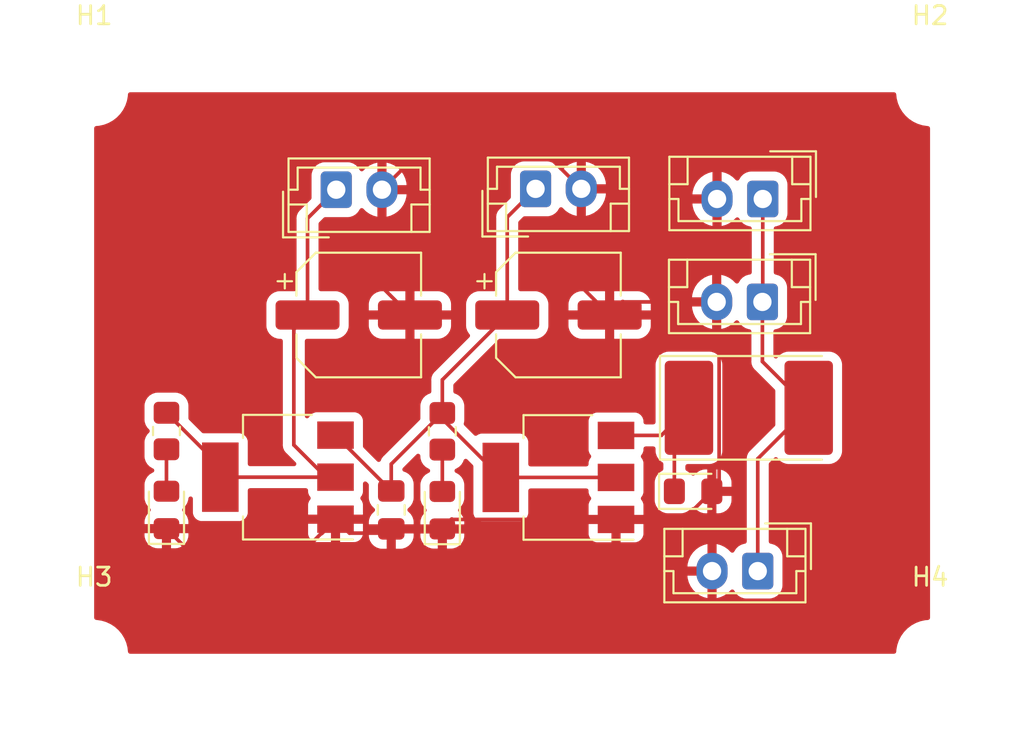
<source format=kicad_pcb>
(kicad_pcb (version 20221018) (generator pcbnew)
  (layers (0 "F.Cu" signal) (31 "B.Cu" signal) (34 "B.Paste" user) (35 "F.Paste" user) (36 "B.SilkS" user "B.Silkscreen") (37 "F.SilkS" user "F.Silkscreen") (38 "B.Mask" user) (39 "F.Mask" user) (44 "Edge.Cuts" user))
  (net 0 "")
  (net 1 "Net-(D2-A)")
  (net 2 "Net-(D3-A)")
  (net 3 "GND")
  (net 4 "Net-(D1-K)")
  (net 5 "+5V")
  (net 6 "+9V")
  (net 7 "+3V3")
  (footprint "Resistor_SMD:R_0805_2012Metric_Pad1.20x1.40mm_HandSolder" (layer "F.Cu") (at 80.512 92.726 -90)
    (fp_text reference "R1" hide)
    (fp_text value "1K" hide)
    (fp_line (start -0.227064 -0.735) (end 0.227064 -0.735) (stroke (width 0.12)) (layer "F.SilkS"))
    (fp_line (start -0.227064 0.735) (end 0.227064 0.735) (stroke (width 0.12)) (layer "F.SilkS"))
    (pad "1" smd roundrect (at -1 0 270) (size 1.2 1.4) (layers "F.Cu" "F.Paste" "F.Mask") (roundrect_rratio 0.208333) (net 5 "+5V"))
    (pad "2" smd roundrect (at 1 0 270) (size 1.2 1.4) (layers "F.Cu" "F.Paste" "F.Mask") (roundrect_rratio 0.208333) (net 1 "Net-(D2-A)"))
  )
  (footprint "MountingHole:MountingHole_3.2mm_M3" (layer "F.Cu") (at 61.468 104.902)
    (fp_text reference "H3" (at 0 -4.2) (layer "F.SilkS"))
    (fp_text value "MountingHole")
    (pad "" np_thru_hole circle (at 0 0) (size 3.2 3.2) (drill 3.2) (layers "*.Cu" "*.Mask"))
  )
  (footprint "Package_TO_SOT_SMD:SOT-223-3_TabPin2" (layer "F.Cu") (at 86.862 95.25 180)
    (fp_text reference "U1" hide)
    (fp_text value "LM1117MP-5.0" hide)
    (fp_line (start -4.1 -3.41) (end 1.91 -3.41) (stroke (width 0.12)) (layer "F.SilkS"))
    (fp_line (start -1.85 3.41) (end 1.91 3.41) (stroke (width 0.12)) (layer "F.SilkS"))
    (fp_line (start 1.91 -3.41) (end 1.91 -2.15) (stroke (width 0.12)) (layer "F.SilkS"))
    (fp_line (start 1.91 3.41) (end 1.91 2.15) (stroke (width 0.12)) (layer "F.SilkS"))
    (pad "1" smd rect (at -3.15 -2.3 180) (size 2 1.5) (layers "F.Cu" "F.Paste" "F.Mask") (net 3 "GND"))
    (pad "2" smd rect (at -3.15 0 180) (size 2 1.5) (layers "F.Cu" "F.Paste" "F.Mask") (net 5 "+5V"))
    (pad "2" smd rect (at 3.15 0 180) (size 2 3.8) (layers "F.Cu" "F.Paste" "F.Mask") (net 5 "+5V"))
    (pad "3" smd rect (at -3.15 2.3 180) (size 2 1.5) (layers "F.Cu" "F.Paste" "F.Mask") (net 4 "Net-(D1-K)"))
  )
  (footprint "Connector_JST:JST_EH_B2B-EH-A_1x02_P2.50mm_Vertical" (layer "F.Cu") (at 74.71 79.502)
    (fp_text reference "J5" hide)
    (fp_text value "Conn_01x02" hide)
    (fp_line (start -2.91 0.11) (end -2.91 2.61) (stroke (width 0.12)) (layer "F.SilkS"))
    (fp_line (start -2.91 2.61) (end -0.41 2.61) (stroke (width 0.12)) (layer "F.SilkS"))
    (fp_line (start -2.61 -1.71) (end -2.61 2.31) (stroke (width 0.12)) (layer "F.SilkS"))
    (fp_line (start -2.61 0) (end -2.11 0) (stroke (width 0.12)) (layer "F.SilkS"))
    (fp_line (start -2.61 0.81) (end -1.61 0.81) (stroke (width 0.12)) (layer "F.SilkS"))
    (fp_line (start -2.61 2.31) (end 5.11 2.31) (stroke (width 0.12)) (layer "F.SilkS"))
    (fp_line (start -2.11 -1.21) (end 4.61 -1.21) (stroke (width 0.12)) (layer "F.SilkS"))
    (fp_line (start -2.11 0) (end -2.11 -1.21) (stroke (width 0.12)) (layer "F.SilkS"))
    (fp_line (start -1.61 0.81) (end -1.61 2.31) (stroke (width 0.12)) (layer "F.SilkS"))
    (fp_line (start 4.11 0.81) (end 4.11 2.31) (stroke (width 0.12)) (layer "F.SilkS"))
    (fp_line (start 4.61 -1.21) (end 4.61 0) (stroke (width 0.12)) (layer "F.SilkS"))
    (fp_line (start 4.61 0) (end 5.11 0) (stroke (width 0.12)) (layer "F.SilkS"))
    (fp_line (start 5.11 -1.71) (end -2.61 -1.71) (stroke (width 0.12)) (layer "F.SilkS"))
    (fp_line (start 5.11 0.81) (end 4.11 0.81) (stroke (width 0.12)) (layer "F.SilkS"))
    (fp_line (start 5.11 2.31) (end 5.11 -1.71) (stroke (width 0.12)) (layer "F.SilkS"))
    (pad "1" thru_hole roundrect (at 0 0) (size 1.7 2) (drill 1) (layers "*.Cu" "*.Mask") (roundrect_rratio 0.147059) (net 7 "+3V3"))
    (pad "2" thru_hole oval (at 2.5 0) (size 1.7 2) (drill 1) (layers "*.Cu" "*.Mask") (net 3 "GND"))
  )
  (footprint "MountingHole:MountingHole_3.2mm_M3" (layer "F.Cu") (at 107.188 104.902)
    (fp_text reference "H4" (at 0 -4.2) (layer "F.SilkS"))
    (fp_text value "MountingHole")
    (pad "" np_thru_hole circle (at 0 0) (size 3.2 3.2) (drill 3.2) (layers "*.Cu" "*.Mask"))
  )
  (footprint "MountingHole:MountingHole_3.2mm_M3" (layer "F.Cu") (at 107.188 74.168)
    (fp_text reference "H2" (at 0 -4.2) (layer "F.SilkS"))
    (fp_text value "MountingHole")
    (pad "" np_thru_hole circle (at 0 0) (size 3.2 3.2) (drill 3.2) (layers "*.Cu" "*.Mask"))
  )
  (footprint "LED_SMD:LED_0805_2012Metric_Pad1.15x1.40mm_HandSolder" (layer "F.Cu") (at 94.228 96.012)
    (fp_text reference "C1" hide)
    (fp_text value "0.1uF" hide)
    (fp_line (start -1.86 -0.96) (end -1.86 0.96) (stroke (width 0.12)) (layer "F.SilkS"))
    (fp_line (start -1.86 0.96) (end 1 0.96) (stroke (width 0.12)) (layer "F.SilkS"))
    (fp_line (start 1 -0.96) (end -1.86 -0.96) (stroke (width 0.12)) (layer "F.SilkS"))
    (pad "1" smd roundrect (at -1.025 0) (size 1.15 1.4) (layers "F.Cu" "F.Paste" "F.Mask") (roundrect_rratio 0.217391) (net 4 "Net-(D1-K)"))
    (pad "2" smd roundrect (at 1.025 0) (size 1.15 1.4) (layers "F.Cu" "F.Paste" "F.Mask") (roundrect_rratio 0.217391) (net 3 "GND"))
  )
  (footprint "Connector_JST:JST_EH_B2B-EH-A_1x02_P2.50mm_Vertical" (layer "F.Cu") (at 98.038 80.01 180)
    (fp_text reference "J4" hide)
    (fp_text value "Conn_01x02" hide)
    (fp_line (start -2.91 0.11) (end -2.91 2.61) (stroke (width 0.12)) (layer "F.SilkS"))
    (fp_line (start -2.91 2.61) (end -0.41 2.61) (stroke (width 0.12)) (layer "F.SilkS"))
    (fp_line (start -2.61 -1.71) (end -2.61 2.31) (stroke (width 0.12)) (layer "F.SilkS"))
    (fp_line (start -2.61 0) (end -2.11 0) (stroke (width 0.12)) (layer "F.SilkS"))
    (fp_line (start -2.61 0.81) (end -1.61 0.81) (stroke (width 0.12)) (layer "F.SilkS"))
    (fp_line (start -2.61 2.31) (end 5.11 2.31) (stroke (width 0.12)) (layer "F.SilkS"))
    (fp_line (start -2.11 -1.21) (end 4.61 -1.21) (stroke (width 0.12)) (layer "F.SilkS"))
    (fp_line (start -2.11 0) (end -2.11 -1.21) (stroke (width 0.12)) (layer "F.SilkS"))
    (fp_line (start -1.61 0.81) (end -1.61 2.31) (stroke (width 0.12)) (layer "F.SilkS"))
    (fp_line (start 4.11 0.81) (end 4.11 2.31) (stroke (width 0.12)) (layer "F.SilkS"))
    (fp_line (start 4.61 -1.21) (end 4.61 0) (stroke (width 0.12)) (layer "F.SilkS"))
    (fp_line (start 4.61 0) (end 5.11 0) (stroke (width 0.12)) (layer "F.SilkS"))
    (fp_line (start 5.11 -1.71) (end -2.61 -1.71) (stroke (width 0.12)) (layer "F.SilkS"))
    (fp_line (start 5.11 0.81) (end 4.11 0.81) (stroke (width 0.12)) (layer "F.SilkS"))
    (fp_line (start 5.11 2.31) (end 5.11 -1.71) (stroke (width 0.12)) (layer "F.SilkS"))
    (pad "1" thru_hole roundrect (at 0 0 180) (size 1.7 2) (drill 1) (layers "*.Cu" "*.Mask") (roundrect_rratio 0.147059) (net 6 "+9V"))
    (pad "2" thru_hole oval (at 2.5 0 180) (size 1.7 2) (drill 1) (layers "*.Cu" "*.Mask") (net 3 "GND"))
  )
  (footprint "Connector_JST:JST_EH_B2B-EH-A_1x02_P2.50mm_Vertical" (layer "F.Cu") (at 85.612 79.456)
    (fp_text reference "J2" hide)
    (fp_text value "Conn_01x02" hide)
    (fp_line (start -2.91 0.11) (end -2.91 2.61) (stroke (width 0.12)) (layer "F.SilkS"))
    (fp_line (start -2.91 2.61) (end -0.41 2.61) (stroke (width 0.12)) (layer "F.SilkS"))
    (fp_line (start -2.61 -1.71) (end -2.61 2.31) (stroke (width 0.12)) (layer "F.SilkS"))
    (fp_line (start -2.61 0) (end -2.11 0) (stroke (width 0.12)) (layer "F.SilkS"))
    (fp_line (start -2.61 0.81) (end -1.61 0.81) (stroke (width 0.12)) (layer "F.SilkS"))
    (fp_line (start -2.61 2.31) (end 5.11 2.31) (stroke (width 0.12)) (layer "F.SilkS"))
    (fp_line (start -2.11 -1.21) (end 4.61 -1.21) (stroke (width 0.12)) (layer "F.SilkS"))
    (fp_line (start -2.11 0) (end -2.11 -1.21) (stroke (width 0.12)) (layer "F.SilkS"))
    (fp_line (start -1.61 0.81) (end -1.61 2.31) (stroke (width 0.12)) (layer "F.SilkS"))
    (fp_line (start 4.11 0.81) (end 4.11 2.31) (stroke (width 0.12)) (layer "F.SilkS"))
    (fp_line (start 4.61 -1.21) (end 4.61 0) (stroke (width 0.12)) (layer "F.SilkS"))
    (fp_line (start 4.61 0) (end 5.11 0) (stroke (width 0.12)) (layer "F.SilkS"))
    (fp_line (start 5.11 -1.71) (end -2.61 -1.71) (stroke (width 0.12)) (layer "F.SilkS"))
    (fp_line (start 5.11 0.81) (end 4.11 0.81) (stroke (width 0.12)) (layer "F.SilkS"))
    (fp_line (start 5.11 2.31) (end 5.11 -1.71) (stroke (width 0.12)) (layer "F.SilkS"))
    (pad "1" thru_hole roundrect (at 0 0) (size 1.7 2) (drill 1) (layers "*.Cu" "*.Mask") (roundrect_rratio 0.147059) (net 5 "+5V"))
    (pad "2" thru_hole oval (at 2.5 0) (size 1.7 2) (drill 1) (layers "*.Cu" "*.Mask") (net 3 "GND"))
  )
  (footprint "Capacitor_SMD:C_0805_2012Metric_Pad1.18x1.45mm_HandSolder" (layer "F.Cu") (at 77.718 97.028 -90)
    (fp_text reference "C3" hide)
    (fp_text value "0.1uF" hide)
    (fp_line (start -0.261252 -0.735) (end 0.261252 -0.735) (stroke (width 0.12)) (layer "F.SilkS"))
    (fp_line (start -0.261252 0.735) (end 0.261252 0.735) (stroke (width 0.12)) (layer "F.SilkS"))
    (pad "1" smd roundrect (at -1.0375 0 270) (size 1.175 1.45) (layers "F.Cu" "F.Paste" "F.Mask") (roundrect_rratio 0.212766) (net 5 "+5V"))
    (pad "2" smd roundrect (at 1.0375 0 270) (size 1.175 1.45) (layers "F.Cu" "F.Paste" "F.Mask") (roundrect_rratio 0.212766) (net 3 "GND"))
  )
  (footprint "MountingHole:MountingHole_3.2mm_M3" (layer "F.Cu") (at 61.468 74.168)
    (fp_text reference "H1" (at 0 -4.2) (layer "F.SilkS"))
    (fp_text value "MountingHole")
    (pad "" np_thru_hole circle (at 0 0) (size 3.2 3.2) (drill 3.2) (layers "*.Cu" "*.Mask"))
  )
  (footprint "Resistor_SMD:R_0805_2012Metric_Pad1.20x1.40mm_HandSolder" (layer "F.Cu") (at 65.424 92.71 -90)
    (fp_text reference "R2" hide)
    (fp_text value "1K" hide)
    (fp_line (start -0.227064 -0.735) (end 0.227064 -0.735) (stroke (width 0.12)) (layer "F.SilkS"))
    (fp_line (start -0.227064 0.735) (end 0.227064 0.735) (stroke (width 0.12)) (layer "F.SilkS"))
    (pad "1" smd roundrect (at -1 0 270) (size 1.2 1.4) (layers "F.Cu" "F.Paste" "F.Mask") (roundrect_rratio 0.208333) (net 7 "+3V3"))
    (pad "2" smd roundrect (at 1 0 270) (size 1.2 1.4) (layers "F.Cu" "F.Paste" "F.Mask") (roundrect_rratio 0.208333) (net 2 "Net-(D3-A)"))
  )
  (footprint "Capacitor_SMD:CP_Elec_6.3x5.4" (layer "F.Cu") (at 86.862 86.36)
    (fp_text reference "C2" hide)
    (fp_text value "47uF" hide)
    (fp_line (start -4.4375 -1.8475) (end -3.65 -1.8475) (stroke (width 0.12)) (layer "F.SilkS"))
    (fp_line (start -4.04375 -2.24125) (end -4.04375 -1.45375) (stroke (width 0.12)) (layer "F.SilkS"))
    (fp_line (start -3.41 -2.345563) (end -3.41 -1.06) (stroke (width 0.12)) (layer "F.SilkS"))
    (fp_line (start -3.41 -2.345563) (end -2.345563 -3.41) (stroke (width 0.12)) (layer "F.SilkS"))
    (fp_line (start -3.41 2.345563) (end -3.41 1.06) (stroke (width 0.12)) (layer "F.SilkS"))
    (fp_line (start -3.41 2.345563) (end -2.345563 3.41) (stroke (width 0.12)) (layer "F.SilkS"))
    (fp_line (start -2.345563 -3.41) (end 3.41 -3.41) (stroke (width 0.12)) (layer "F.SilkS"))
    (fp_line (start -2.345563 3.41) (end 3.41 3.41) (stroke (width 0.12)) (layer "F.SilkS"))
    (fp_line (start 3.41 -3.41) (end 3.41 -1.06) (stroke (width 0.12)) (layer "F.SilkS"))
    (fp_line (start 3.41 3.41) (end 3.41 1.06) (stroke (width 0.12)) (layer "F.SilkS"))
    (pad "1" smd roundrect (at -2.8 0) (size 3.5 1.6) (layers "F.Cu" "F.Paste" "F.Mask") (roundrect_rratio 0.15625) (net 5 "+5V"))
    (pad "2" smd roundrect (at 2.8 0) (size 3.5 1.6) (layers "F.Cu" "F.Paste" "F.Mask") (roundrect_rratio 0.15625) (net 3 "GND"))
  )
  (footprint "LED_SMD:LED_0805_2012Metric_Pad1.15x1.40mm_HandSolder" (layer "F.Cu") (at 65.424 97.028 90)
    (fp_text reference "D3" hide)
    (fp_text value "LED" hide)
    (fp_line (start -1.86 -0.96) (end -1.86 0.96) (stroke (width 0.12)) (layer "F.SilkS"))
    (fp_line (start -1.86 0.96) (end 1 0.96) (stroke (width 0.12)) (layer "F.SilkS"))
    (fp_line (start 1 -0.96) (end -1.86 -0.96) (stroke (width 0.12)) (layer "F.SilkS"))
    (pad "1" smd roundrect (at -1.025 0 90) (size 1.15 1.4) (layers "F.Cu" "F.Paste" "F.Mask") (roundrect_rratio 0.217391) (net 3 "GND"))
    (pad "2" smd roundrect (at 1.025 0 90) (size 1.15 1.4) (layers "F.Cu" "F.Paste" "F.Mask") (roundrect_rratio 0.217391) (net 2 "Net-(D3-A)"))
  )
  (footprint "Diode_SMD:D_3220_8050Metric_Pad2.65x5.15mm_HandSolder" (layer "F.Cu") (at 97.276 91.44)
    (fp_text reference "D1" hide)
    (fp_text value "B140-E3" hide)
    (fp_line (start -4.86 -2.835) (end -4.86 2.835) (stroke (width 0.12)) (layer "F.SilkS"))
    (fp_line (start -4.86 2.835) (end 4 2.835) (stroke (width 0.12)) (layer "F.SilkS"))
    (fp_line (start 4 -2.835) (end -4.86 -2.835) (stroke (width 0.12)) (layer "F.SilkS"))
    (pad "1" smd roundrect (at -3.275 0) (size 2.65 5.15) (layers "F.Cu" "F.Paste" "F.Mask") (roundrect_rratio 0.09434) (net 4 "Net-(D1-K)"))
    (pad "2" smd roundrect (at 3.275 0) (size 2.65 5.15) (layers "F.Cu" "F.Paste" "F.Mask") (roundrect_rratio 0.09434) (net 6 "+9V"))
  )
  (footprint "Connector_JST:JST_EH_B2B-EH-A_1x02_P2.50mm_Vertical" (layer "F.Cu") (at 97.764 100.376 180)
    (fp_text reference "J1" hide)
    (fp_text value "Conn_01x02" hide)
    (fp_line (start -2.91 0.11) (end -2.91 2.61) (stroke (width 0.12)) (layer "F.SilkS"))
    (fp_line (start -2.91 2.61) (end -0.41 2.61) (stroke (width 0.12)) (layer "F.SilkS"))
    (fp_line (start -2.61 -1.71) (end -2.61 2.31) (stroke (width 0.12)) (layer "F.SilkS"))
    (fp_line (start -2.61 0) (end -2.11 0) (stroke (width 0.12)) (layer "F.SilkS"))
    (fp_line (start -2.61 0.81) (end -1.61 0.81) (stroke (width 0.12)) (layer "F.SilkS"))
    (fp_line (start -2.61 2.31) (end 5.11 2.31) (stroke (width 0.12)) (layer "F.SilkS"))
    (fp_line (start -2.11 -1.21) (end 4.61 -1.21) (stroke (width 0.12)) (layer "F.SilkS"))
    (fp_line (start -2.11 0) (end -2.11 -1.21) (stroke (width 0.12)) (layer "F.SilkS"))
    (fp_line (start -1.61 0.81) (end -1.61 2.31) (stroke (width 0.12)) (layer "F.SilkS"))
    (fp_line (start 4.11 0.81) (end 4.11 2.31) (stroke (width 0.12)) (layer "F.SilkS"))
    (fp_line (start 4.61 -1.21) (end 4.61 0) (stroke (width 0.12)) (layer "F.SilkS"))
    (fp_line (start 4.61 0) (end 5.11 0) (stroke (width 0.12)) (layer "F.SilkS"))
    (fp_line (start 5.11 -1.71) (end -2.61 -1.71) (stroke (width 0.12)) (layer "F.SilkS"))
    (fp_line (start 5.11 0.81) (end 4.11 0.81) (stroke (width 0.12)) (layer "F.SilkS"))
    (fp_line (start 5.11 2.31) (end 5.11 -1.71) (stroke (width 0.12)) (layer "F.SilkS"))
    (pad "1" thru_hole roundrect (at 0 0 180) (size 1.7 2) (drill 1) (layers "*.Cu" "*.Mask") (roundrect_rratio 0.147059) (net 6 "+9V"))
    (pad "2" thru_hole oval (at 2.5 0 180) (size 1.7 2) (drill 1) (layers "*.Cu" "*.Mask") (net 3 "GND"))
  )
  (footprint "Package_TO_SOT_SMD:SOT-223-3_TabPin2" (layer "F.Cu") (at 71.52 95.236 180)
    (fp_text reference "U2" hide)
    (fp_text value "LM1117MP-3.3" hide)
    (fp_line (start -4.1 -3.41) (end 1.91 -3.41) (stroke (width 0.12)) (layer "F.SilkS"))
    (fp_line (start -1.85 3.41) (end 1.91 3.41) (stroke (width 0.12)) (layer "F.SilkS"))
    (fp_line (start 1.91 -3.41) (end 1.91 -2.15) (stroke (width 0.12)) (layer "F.SilkS"))
    (fp_line (start 1.91 3.41) (end 1.91 2.15) (stroke (width 0.12)) (layer "F.SilkS"))
    (pad "1" smd rect (at -3.15 -2.3 180) (size 2 1.5) (layers "F.Cu" "F.Paste" "F.Mask") (net 3 "GND"))
    (pad "2" smd rect (at -3.15 0 180) (size 2 1.5) (layers "F.Cu" "F.Paste" "F.Mask") (net 7 "+3V3"))
    (pad "2" smd rect (at 3.15 0 180) (size 2 3.8) (layers "F.Cu" "F.Paste" "F.Mask") (net 7 "+3V3"))
    (pad "3" smd rect (at -3.15 2.3 180) (size 2 1.5) (layers "F.Cu" "F.Paste" "F.Mask") (net 5 "+5V"))
  )
  (footprint "Connector_JST:JST_EH_B2B-EH-A_1x02_P2.50mm_Vertical" (layer "F.Cu") (at 98.018 85.644 180)
    (fp_text reference "J3" hide)
    (fp_text value "Conn_01x02" hide)
    (fp_line (start -2.91 0.11) (end -2.91 2.61) (stroke (width 0.12)) (layer "F.SilkS"))
    (fp_line (start -2.91 2.61) (end -0.41 2.61) (stroke (width 0.12)) (layer "F.SilkS"))
    (fp_line (start -2.61 -1.71) (end -2.61 2.31) (stroke (width 0.12)) (layer "F.SilkS"))
    (fp_line (start -2.61 0) (end -2.11 0) (stroke (width 0.12)) (layer "F.SilkS"))
    (fp_line (start -2.61 0.81) (end -1.61 0.81) (stroke (width 0.12)) (layer "F.SilkS"))
    (fp_line (start -2.61 2.31) (end 5.11 2.31) (stroke (width 0.12)) (layer "F.SilkS"))
    (fp_line (start -2.11 -1.21) (end 4.61 -1.21) (stroke (width 0.12)) (layer "F.SilkS"))
    (fp_line (start -2.11 0) (end -2.11 -1.21) (stroke (width 0.12)) (layer "F.SilkS"))
    (fp_line (start -1.61 0.81) (end -1.61 2.31) (stroke (width 0.12)) (layer "F.SilkS"))
    (fp_line (start 4.11 0.81) (end 4.11 2.31) (stroke (width 0.12)) (layer "F.SilkS"))
    (fp_line (start 4.61 -1.21) (end 4.61 0) (stroke (width 0.12)) (layer "F.SilkS"))
    (fp_line (start 4.61 0) (end 5.11 0) (stroke (width 0.12)) (layer "F.SilkS"))
    (fp_line (start 5.11 -1.71) (end -2.61 -1.71) (stroke (width 0.12)) (layer "F.SilkS"))
    (fp_line (start 5.11 0.81) (end 4.11 0.81) (stroke (width 0.12)) (layer "F.SilkS"))
    (fp_line (start 5.11 2.31) (end 5.11 -1.71) (stroke (width 0.12)) (layer "F.SilkS"))
    (pad "1" thru_hole roundrect (at 0 0 180) (size 1.7 2) (drill 1) (layers "*.Cu" "*.Mask") (roundrect_rratio 0.147059) (net 6 "+9V"))
    (pad "2" thru_hole oval (at 2.5 0 180) (size 1.7 2) (drill 1) (layers "*.Cu" "*.Mask") (net 3 "GND"))
  )
  (footprint "LED_SMD:LED_0805_2012Metric_Pad1.15x1.40mm_HandSolder" (layer "F.Cu") (at 80.512 97.044 90)
    (fp_text reference "D2" hide)
    (fp_text value "LED" hide)
    (fp_line (start -1.86 -0.96) (end -1.86 0.96) (stroke (width 0.12)) (layer "F.SilkS"))
    (fp_line (start -1.86 0.96) (end 1 0.96) (stroke (width 0.12)) (layer "F.SilkS"))
    (fp_line (start 1 -0.96) (end -1.86 -0.96) (stroke (width 0.12)) (layer "F.SilkS"))
    (pad "1" smd roundrect (at -1.025 0 90) (size 1.15 1.4) (layers "F.Cu" "F.Paste" "F.Mask") (roundrect_rratio 0.217391) (net 3 "GND"))
    (pad "2" smd roundrect (at 1.025 0 90) (size 1.15 1.4) (layers "F.Cu" "F.Paste" "F.Mask") (roundrect_rratio 0.217391) (net 1 "Net-(D2-A)"))
  )
  (footprint "Capacitor_SMD:CP_Elec_6.3x5.4" (layer "F.Cu") (at 75.94 86.36)
    (fp_text reference "C4" hide)
    (fp_text value "47uF" hide)
    (fp_line (start -4.4375 -1.8475) (end -3.65 -1.8475) (stroke (width 0.12)) (layer "F.SilkS"))
    (fp_line (start -4.04375 -2.24125) (end -4.04375 -1.45375) (stroke (width 0.12)) (layer "F.SilkS"))
    (fp_line (start -3.41 -2.345563) (end -3.41 -1.06) (stroke (width 0.12)) (layer "F.SilkS"))
    (fp_line (start -3.41 -2.345563) (end -2.345563 -3.41) (stroke (width 0.12)) (layer "F.SilkS"))
    (fp_line (start -3.41 2.345563) (end -3.41 1.06) (stroke (width 0.12)) (layer "F.SilkS"))
    (fp_line (start -3.41 2.345563) (end -2.345563 3.41) (stroke (width 0.12)) (layer "F.SilkS"))
    (fp_line (start -2.345563 -3.41) (end 3.41 -3.41) (stroke (width 0.12)) (layer "F.SilkS"))
    (fp_line (start -2.345563 3.41) (end 3.41 3.41) (stroke (width 0.12)) (layer "F.SilkS"))
    (fp_line (start 3.41 -3.41) (end 3.41 -1.06) (stroke (width 0.12)) (layer "F.SilkS"))
    (fp_line (start 3.41 3.41) (end 3.41 1.06) (stroke (width 0.12)) (layer "F.SilkS"))
    (pad "1" smd roundrect (at -2.8 0) (size 3.5 1.6) (layers "F.Cu" "F.Paste" "F.Mask") (roundrect_rratio 0.15625) (net 7 "+3V3"))
    (pad "2" smd roundrect (at 2.8 0) (size 3.5 1.6) (layers "F.Cu" "F.Paste" "F.Mask") (roundrect_rratio 0.15625) (net 3 "GND"))
  )
  (segment (start 80.512 93.726) (end 80.512 96.019) (width 0.2) (layer "F.Cu") (net 1))
  (segment (start 65.424 96.003) (end 65.424 93.71) (width 0.2) (layer "F.Cu") (net 2))
  (segment (start 95.651 85.777) (end 95.651 95.614) (width 0.2) (layer "F.Cu") (net 3))
  (segment (start 90.378 85.644) (end 95.518 85.644) (width 0.2) (layer "F.Cu") (net 3))
  (segment (start 88.112 79.456) (end 88.112 84.81) (width 0.2) (layer "F.Cu") (net 3))
  (segment (start 66.431 99.06) (end 73.146 99.06) (width 0.2) (layer "F.Cu") (net 3))
  (segment (start 80.5085 98.0655) (end 80.512 98.069) (width 0.25) (layer "F.Cu") (net 3))
  (segment (start 79.496 77.216) (end 85.872 77.216) (width 0.2) (layer "F.Cu") (net 3))
  (segment (start 95.264 96.023) (end 95.264 100.376) (width 0.2) (layer "F.Cu") (net 3))
  (segment (start 77.21 84.83) (end 78.74 86.36) (width 0.2) (layer "F.Cu") (net 3))
  (segment (start 85.872 77.216) (end 88.112 79.456) (width 0.2) (layer "F.Cu") (net 3))
  (segment (start 77.718 98.0655) (end 80.5085 98.0655) (width 0.2) (layer "F.Cu") (net 3))
  (segment (start 73.908 98.298) (end 74.67 97.536) (width 0.25) (layer "F.Cu") (net 3))
  (segment (start 95.253 96.012) (end 95.264 96.023) (width 0.25) (layer "F.Cu") (net 3))
  (segment (start 95.538 80.01) (end 95.538 85.624) (width 0.2) (layer "F.Cu") (net 3))
  (segment (start 65.669 98.298) (end 66.431 99.06) (width 0.2) (layer "F.Cu") (net 3))
  (segment (start 95.518 85.644) (end 95.651 85.777) (width 0.25) (layer "F.Cu") (net 3))
  (segment (start 95.538 85.624) (end 95.518 85.644) (width 0.25) (layer "F.Cu") (net 3))
  (segment (start 93.715 97.55) (end 95.253 96.012) (width 0.2) (layer "F.Cu") (net 3))
  (segment (start 65.424 98.053) (end 65.669 98.298) (width 0.25) (layer "F.Cu") (net 3))
  (segment (start 74.67 97.536) (end 75.432 98.298) (width 0.2) (layer "F.Cu") (net 3))
  (segment (start 77.21 79.502) (end 79.496 77.216) (width 0.2) (layer "F.Cu") (net 3))
  (segment (start 73.146 99.06) (end 73.908 98.298) (width 0.2) (layer "F.Cu") (net 3))
  (segment (start 77.4855 98.298) (end 77.718 98.0655) (width 0.25) (layer "F.Cu") (net 3))
  (segment (start 77.21 79.502) (end 77.21 84.83) (width 0.2) (layer "F.Cu") (net 3))
  (segment (start 88.112 84.81) (end 89.662 86.36) (width 0.2) (layer "F.Cu") (net 3))
  (segment (start 80.512 98.069) (end 81.031 97.55) (width 0.25) (layer "F.Cu") (net 3))
  (segment (start 89.662 86.36) (end 90.378 85.644) (width 0.25) (layer "F.Cu") (net 3))
  (segment (start 90.012 97.55) (end 93.715 97.55) (width 0.2) (layer "F.Cu") (net 3))
  (segment (start 81.031 97.55) (end 90.012 97.55) (width 0.2) (layer "F.Cu") (net 3))
  (segment (start 75.432 98.298) (end 77.4855 98.298) (width 0.2) (layer "F.Cu") (net 3))
  (segment (start 95.651 95.614) (end 95.253 96.012) (width 0.25) (layer "F.Cu") (net 3))
  (segment (start 92.491 92.95) (end 94.001 91.44) (width 0.2) (layer "F.Cu") (net 4))
  (segment (start 93.203 96.012) (end 93.203 92.238) (width 0.2) (layer "F.Cu") (net 4))
  (segment (start 90.012 92.95) (end 92.491 92.95) (width 0.2) (layer "F.Cu") (net 4))
  (segment (start 93.203 92.238) (end 94.001 91.44) (width 0.25) (layer "F.Cu") (net 4))
  (segment (start 80.512 91.726) (end 77.718 94.52) (width 0.2) (layer "F.Cu") (net 5))
  (segment (start 74.67 92.936) (end 74.67 92.9425) (width 0.25) (layer "F.Cu") (net 5))
  (segment (start 80.512 91.726) (end 80.512 89.91) (width 0.2) (layer "F.Cu") (net 5))
  (segment (start 80.512 89.91) (end 84.062 86.36) (width 0.2) (layer "F.Cu") (net 5))
  (segment (start 84.062 81.006) (end 85.612 79.456) (width 0.2) (layer "F.Cu") (net 5))
  (segment (start 80.512 92.05) (end 83.712 95.25) (width 0.2) (layer "F.Cu") (net 5))
  (segment (start 83.712 95.25) (end 90.012 95.25) (width 0.2) (layer "F.Cu") (net 5))
  (segment (start 77.718 94.52) (end 77.718 95.9905) (width 0.2) (layer "F.Cu") (net 5))
  (segment (start 84.062 86.36) (end 84.062 81.006) (width 0.2) (layer "F.Cu") (net 5))
  (segment (start 74.67 92.9425) (end 77.718 95.9905) (width 0.2) (layer "F.Cu") (net 5))
  (segment (start 80.512 91.726) (end 80.512 92.05) (width 0.25) (layer "F.Cu") (net 5))
  (segment (start 97.764 100.376) (end 97.764 94.227) (width 0.2) (layer "F.Cu") (net 6))
  (segment (start 97.764 94.227) (end 100.551 91.44) (width 0.2) (layer "F.Cu") (net 6))
  (segment (start 98.038 85.624) (end 98.018 85.644) (width 0.25) (layer "F.Cu") (net 6))
  (segment (start 98.018 85.644) (end 98.018 88.907) (width 0.2) (layer "F.Cu") (net 6))
  (segment (start 98.018 88.907) (end 100.551 91.44) (width 0.2) (layer "F.Cu") (net 6))
  (segment (start 98.038 80.01) (end 98.038 85.624) (width 0.2) (layer "F.Cu") (net 6))
  (segment (start 73.14 86.36) (end 73.14 81.072) (width 0.2) (layer "F.Cu") (net 7))
  (segment (start 72.39 87.11) (end 72.39 93.472) (width 0.2) (layer "F.Cu") (net 7))
  (segment (start 74.154 95.236) (end 74.67 95.236) (width 0.25) (layer "F.Cu") (net 7))
  (segment (start 72.39 93.472) (end 74.154 95.236) (width 0.2) (layer "F.Cu") (net 7))
  (segment (start 73.14 86.36) (end 72.39 87.11) (width 0.25) (layer "F.Cu") (net 7))
  (segment (start 65.424 91.71) (end 68.37 94.656) (width 0.2) (layer "F.Cu") (net 7))
  (segment (start 68.37 94.656) (end 68.37 95.236) (width 0.25) (layer "F.Cu") (net 7))
  (segment (start 73.14 81.072) (end 74.71 79.502) (width 0.2) (layer "F.Cu") (net 7))
  (segment (start 68.37 95.236) (end 74.67 95.236) (width 0.2) (layer "F.Cu") (net 7))
  (zone (net 3) (net_name "GND") (layer "F.Cu") (connect_pads (clearance 0.5)) (min_thickness 0.25) (fill yes (thermal_gap 0.5) (thermal_bridge_width 0.5))
    (polygon (pts (xy 61.468 74.168) (xy 107.188 74.168) (xy 107.188 104.902) (xy 61.468 104.902)))
  )
)
</source>
